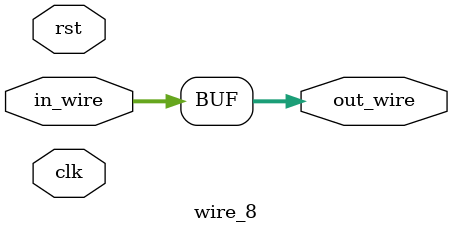
<source format=v>
module wire_32(input clk,
               input rst,
               input [31:0]  in_wire,
               output [31:0] out_wire);

   assign out_wire = in_wire;
   
endmodule // wire_32

module wire_8(input clk,
              input        rst,
              input [7:0]  in_wire,
              output [7:0] out_wire);

   assign out_wire = in_wire;
   
endmodule

</source>
